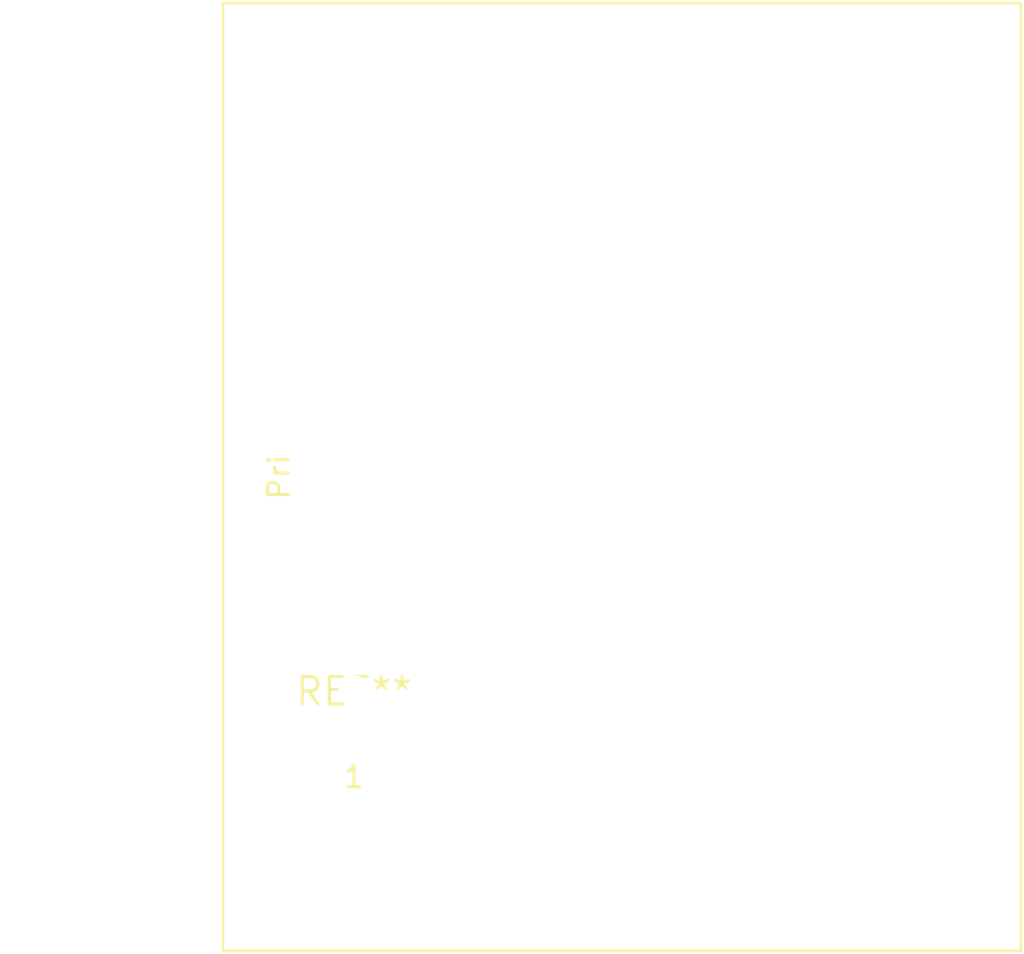
<source format=kicad_pcb>
(kicad_pcb (version 20240108) (generator pcbnew)
  (layers (0 "F.Cu" signal) (31 "B.Cu" signal) (34 "B.Paste" user) (35 "F.Paste" user) (36 "B.SilkS" user "B.Silkscreen") (37 "F.SilkS" user "F.Silkscreen") (38 "B.Mask" user) (39 "F.Mask" user) (44 "Edge.Cuts" user))
  (net 0 "")
  (footprint "Transformer_CHK_EI42-5VA_2xSec" (layer "F.Cu") (at 0 0)
    (property "Reference" "REF**")
    (property "Value" "Transformer_CHK_EI42-5VA_2xSec")
    (fp_line (start -6.12 -32.12) (end -6.12 12.12) (layer "F.SilkS") (stroke (width 0.12)))
    (fp_line (start -6.12 -32.12) (end 31.12 -32.12) (layer "F.SilkS") (stroke (width 0.12)))
    (fp_line (start 31.12 12.12) (end -6.12 12.12) (layer "F.SilkS") (stroke (width 0.12)))
    (fp_line (start 31.12 12.12) (end 31.12 -32.12) (layer "F.SilkS") (stroke (width 0.12)))
    (fp_text user "Pri" (at -3.5 -10 90) (layer "F.SilkS"))
    (fp_text user "1" (at 0 4 0) (layer "F.SilkS"))
    (pad "1" thru_hole circle (at 0 0) (size 3 3) (drill 1.5) (layers *.Cu *.Mask) (remove_unused_layers))
    (pad "2" thru_hole circle (at 0 -5) (size 3 3) (drill 1.5) (layers *.Cu *.Mask) (remove_unused_layers))
    (pad "3" thru_hole circle (at 0 -10) (size 3 3) (drill 1.5) (layers *.Cu *.Mask) (remove_unused_layers))
    (pad "4" thru_hole circle (at 0 -15) (size 3 3) (drill 1.5) (layers *.Cu *.Mask) (remove_unused_layers))
    (pad "5" thru_hole circle (at 0 -20) (size 3 3) (drill 1.5) (layers *.Cu *.Mask) (remove_unused_layers))
    (pad "6" thru_hole circle (at 25 -20) (size 3 3) (drill 1.5) (layers *.Cu *.Mask) (remove_unused_layers))
    (pad "7" thru_hole circle (at 25 -15) (size 3 3) (drill 1.5) (layers *.Cu *.Mask) (remove_unused_layers))
    (pad "8" thru_hole circle (at 25 -10) (size 3 3) (drill 1.5) (layers *.Cu *.Mask) (remove_unused_layers))
    (pad "9" thru_hole circle (at 25 -5) (size 3 3) (drill 1.5) (layers *.Cu *.Mask) (remove_unused_layers))
    (pad "10" thru_hole circle (at 25 0) (size 3 3) (drill 1.5) (layers *.Cu *.Mask) (remove_unused_layers))
  )
)
</source>
